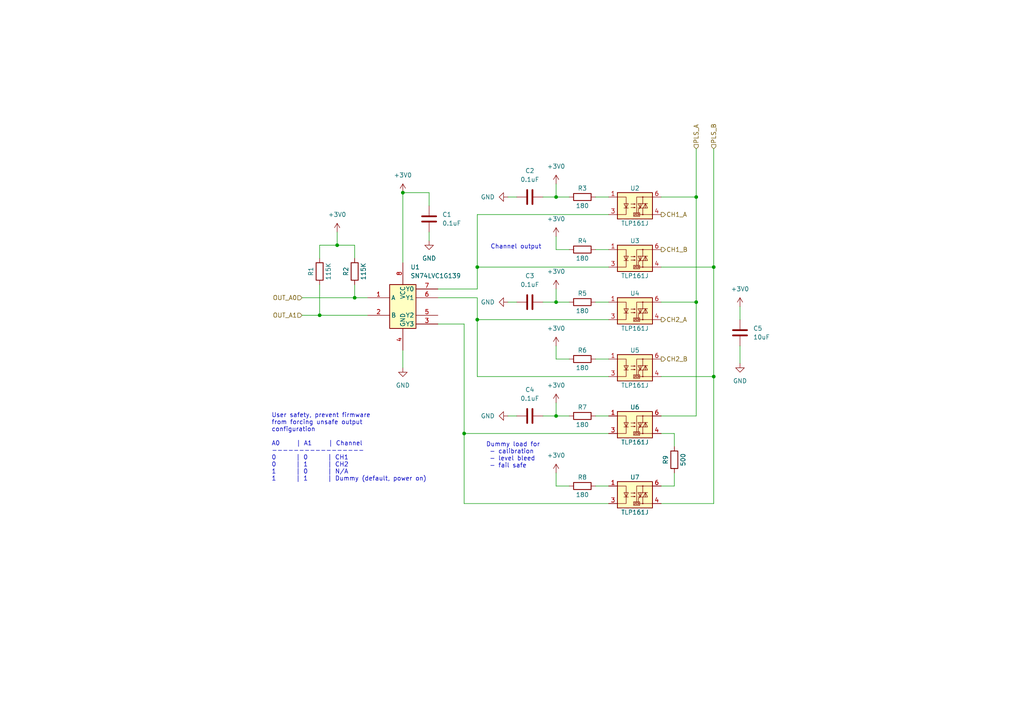
<source format=kicad_sch>
(kicad_sch (version 20230121) (generator eeschema)
  (paper "A4")
  (title_block (title "Output Channel Switch Matrix") (company "${Author}") (comment 1 "${Project}"))
  (lib_symbols
    (symbol "74xGxx:74LVC1G139"
      (property "Reference" "U" (at 7.62 10.16 0))
      (property "Value" "74LVC1G139" (at 7.62 -7.62 0))
      (symbol "74LVC1G139_0_1"
        (rectangle (start -3.81 6.35) (end 3.81 -6.35) (stroke (width 0.254)) (fill (type background)))
      )
      (symbol "74LVC1G139_1_1"
        (pin input line (at -10.16 2.54 0) (length 6.25) (name "A") (number "1"))
        (pin input line (at -10.16 -2.54 0) (length 6.25) (name "B") (number "2"))
        (pin output line (at 10.16 -5.08 180) (length 6.35) (name "Y3") (number "3"))
        (pin power_in line (at 0 -12.7 90) (length 6.25) (name "GND") (number "4"))
        (pin output line (at 10.16 -2.54 180) (length 6.35) (name "Y2") (number "5"))
        (pin output line (at 10.16 2.54 180) (length 6.35) (name "Y1") (number "6"))
        (pin output line (at 10.16 5.08 180) (length 6.35) (name "Y0") (number "7"))
        (pin power_in line (at 0 12.7 270) (length 6.25) (name "VCC") (number "8"))
      )
    )
    (symbol "Device:C" (pin_numbers hide) (pin_names (offset 0.254))
      (property "Reference" "C" (at 0.635 2.54 0))
      (property "Value" "C" (at 0.635 -2.54 0))
      (symbol "C_0_1"
        (polyline (pts (xy -2.032 -0.762) (xy 2.032 -0.762)) (stroke (width 0.508)))
        (polyline (pts (xy -2.032 0.762) (xy 2.032 0.762)) (stroke (width 0.508)))
      )
      (symbol "C_1_1"
        (pin passive line (at 0 3.81 270) (length 2.794) (name "~") (number "1"))
        (pin passive line (at 0 -3.81 90) (length 2.794) (name "~") (number "2"))
      )
    )
    (symbol "Device:R" (pin_numbers hide) (pin_names (offset 0))
      (property "Reference" "R" (at 2.032 0 90))
      (property "Value" "R" (at 0 0 90))
      (symbol "R_0_1"
        (rectangle (start -1.016 -2.54) (end 1.016 2.54) (stroke (width 0.254)))
      )
      (symbol "R_1_1"
        (pin passive line (at 0 3.81 270) (length 1.27) (name "~") (number "1"))
        (pin passive line (at 0 -3.81 90) (length 1.27) (name "~") (number "2"))
      )
    )
    (symbol "Relay_SolidState:TLP161J"
      (property "Reference" "U" (at -5.08 5.08 0))
      (property "Value" "TLP161J" (at -4.699 -5.08 0))
      (symbol "TLP161J_0_0"
        (rectangle (start -0.381 -2.032) (end 1.397 -3.048))
        (polyline (pts (xy 2.286 -2.54) (xy 1.397 -2.54)))
        (polyline (pts (xy 1.524 -0.635) (xy 1.016 -1.016) (xy 1.016 -2.032)))
        (text "ZCD" (at 0.508 -2.54 0) (effects (font (size 0.508 0.508))))
      )
      (symbol "TLP161J_0_1"
        (rectangle (start -5.08 3.81) (end 5.08 -3.81) (stroke (width 0.254)) (fill (type background)))
        (polyline (pts (xy -3.175 -0.635) (xy -1.905 -0.635)))
        (polyline (pts (xy 1.524 -0.635) (xy 1.524 0.635)))
        (polyline (pts (xy 3.048 0.635) (xy 3.048 -0.635)))
        (polyline (pts (xy 2.286 -0.635) (xy 2.286 -2.54) (xy 5.08 -2.54)))
        (polyline (pts (xy 2.286 0.635) (xy 2.286 2.54) (xy 5.08 2.54)))
        (polyline (pts (xy 2.286 2.54) (xy 0.508 2.54) (xy 0.508 -2.032)))
        (polyline (pts (xy -5.08 2.54) (xy -2.54 2.54) (xy -2.54 -2.54) (xy -5.08 -2.54)))
        (polyline (pts (xy -2.54 -0.635) (xy -3.175 0.635) (xy -1.905 0.635) (xy -2.54 -0.635)))
        (polyline (pts (xy 0.889 -0.635) (xy 3.683 -0.635) (xy 3.048 0.635) (xy 2.413 -0.635)))
        (polyline (pts (xy 3.683 0.635) (xy 0.889 0.635) (xy 1.524 -0.635) (xy 2.159 0.635)))
        (polyline (pts (xy -1.143 -0.508) (xy 0.127 -0.508) (xy -0.254 -0.635) (xy -0.254 -0.381) (xy 0.127 -0.508)))
        (polyline (pts (xy -1.143 0.508) (xy 0.127 0.508) (xy -0.254 0.381) (xy -0.254 0.635) (xy 0.127 0.508)))
        (circle (center 2.286 -2.54) (radius 0.127))
        (circle (center 2.286 2.54) (radius 0.127))
      )
      (symbol "TLP161J_1_1"
        (pin passive line (at -7.62 2.54 0) (length 2.54) (name "~") (number "1"))
        (pin passive line (at -7.62 -2.54 0) (length 2.54) (name "~") (number "3"))
        (pin passive line (at 7.62 -2.54 180) (length 2.54) (name "~") (number "4"))
        (pin passive line (at 7.62 2.54 180) (length 2.54) (name "~") (number "6"))
      )
    )
    (symbol "power:+3V0" (power) (pin_names (offset 0))
      (property "Value" "+3V0" (at 0 3.556 0))
      (symbol "+3V0_0_1"
        (polyline (pts (xy -0.762 1.27) (xy 0 2.54)))
        (polyline (pts (xy 0 0) (xy 0 2.54)))
        (polyline (pts (xy 0 2.54) (xy 0.762 1.27)))
      )
      (symbol "+3V0_1_1"
        (pin power_in line (at 0 0 90) (length 0) hide (name "+3V0") (number "1"))
      )
    )
    (symbol "power:GND" (power) (pin_names (offset 0))
      (property "Value" "GND" (at 0 -3.81 0))
      (symbol "GND_0_1"
        (polyline (pts (xy 0 0) (xy 0 -1.27) (xy 1.27 -1.27) (xy 0 -2.54) (xy -1.27 -1.27) (xy 0 -1.27)))
      )
      (symbol "GND_1_1"
        (pin power_in line (at 0 0 270) (length 0) hide (name "GND") (number "1"))
      )
    )
  )
  (junction (at 102.87 86.36))
  (junction (at 161.29 120.65))
  (junction (at 97.79 71.12))
  (junction (at 201.93 57.15))
  (junction (at 161.29 87.63))
  (junction (at 138.43 92.71))
  (junction (at 161.29 57.15))
  (junction (at 116.84 55.88))
  (junction (at 138.43 77.47))
  (junction (at 207.01 77.47))
  (junction (at 134.62 125.73))
  (junction (at 201.93 87.63))
  (junction (at 92.71 91.44))
  (junction (at 207.01 109.22))
  (wire (pts (xy 172.72 120.65) (xy 176.53 120.65)))
  (wire (pts (xy 214.63 100.33) (xy 214.63 105.41)))
  (wire (pts (xy 138.43 92.71) (xy 138.43 109.22)))
  (wire (pts (xy 191.77 109.22) (xy 207.01 109.22)))
  (wire (pts (xy 138.43 86.36) (xy 138.43 92.71)))
  (wire (pts (xy 191.77 146.05) (xy 207.01 146.05)))
  (wire (pts (xy 138.43 83.82) (xy 138.43 77.47)))
  (wire (pts (xy 201.93 57.15) (xy 201.93 87.63)))
  (wire (pts (xy 138.43 62.23) (xy 176.53 62.23)))
  (wire (pts (xy 191.77 120.65) (xy 201.93 120.65)))
  (wire (pts (xy 134.62 125.73) (xy 176.53 125.73)))
  (wire (pts (xy 116.84 55.88) (xy 124.46 55.88)))
  (wire (pts (xy 191.77 87.63) (xy 201.93 87.63)))
  (wire (pts (xy 172.72 104.14) (xy 176.53 104.14)))
  (wire (pts (xy 157.48 87.63) (xy 161.29 87.63)))
  (wire (pts (xy 207.01 43.18) (xy 207.01 77.47)))
  (wire (pts (xy 147.32 120.65) (xy 149.86 120.65)))
  (wire (pts (xy 102.87 82.55) (xy 102.87 86.36)))
  (wire (pts (xy 176.53 146.05) (xy 134.62 146.05)))
  (wire (pts (xy 124.46 59.69) (xy 124.46 55.88)))
  (wire (pts (xy 191.77 125.73) (xy 195.58 125.73)))
  (wire (pts (xy 195.58 125.73) (xy 195.58 129.54)))
  (wire (pts (xy 147.32 87.63) (xy 149.86 87.63)))
  (wire (pts (xy 191.77 57.15) (xy 201.93 57.15)))
  (wire (pts (xy 116.84 55.88) (xy 116.84 76.2)))
  (wire (pts (xy 116.84 101.6) (xy 116.84 106.68)))
  (wire (pts (xy 161.29 116.84) (xy 161.29 120.65)))
  (wire (pts (xy 92.71 71.12) (xy 97.79 71.12)))
  (wire (pts (xy 201.93 43.18) (xy 201.93 57.15)))
  (wire (pts (xy 161.29 53.34) (xy 161.29 57.15)))
  (wire (pts (xy 161.29 137.16) (xy 161.29 140.97)))
  (wire (pts (xy 161.29 104.14) (xy 165.1 104.14)))
  (wire (pts (xy 161.29 87.63) (xy 165.1 87.63)))
  (wire (pts (xy 138.43 92.71) (xy 176.53 92.71)))
  (wire (pts (xy 87.63 91.44) (xy 92.71 91.44)))
  (wire (pts (xy 124.46 67.31) (xy 124.46 69.85)))
  (wire (pts (xy 207.01 109.22) (xy 207.01 146.05)))
  (wire (pts (xy 191.77 140.97) (xy 195.58 140.97)))
  (wire (pts (xy 102.87 71.12) (xy 97.79 71.12)))
  (wire (pts (xy 127 83.82) (xy 138.43 83.82)))
  (wire (pts (xy 201.93 87.63) (xy 201.93 120.65)))
  (wire (pts (xy 161.29 120.65) (xy 165.1 120.65)))
  (wire (pts (xy 157.48 120.65) (xy 161.29 120.65)))
  (wire (pts (xy 138.43 77.47) (xy 138.43 62.23)))
  (wire (pts (xy 138.43 109.22) (xy 176.53 109.22)))
  (wire (pts (xy 161.29 57.15) (xy 165.1 57.15)))
  (wire (pts (xy 161.29 140.97) (xy 165.1 140.97)))
  (wire (pts (xy 97.79 67.31) (xy 97.79 71.12)))
  (wire (pts (xy 102.87 86.36) (xy 106.68 86.36)))
  (wire (pts (xy 161.29 83.82) (xy 161.29 87.63)))
  (wire (pts (xy 172.72 87.63) (xy 176.53 87.63)))
  (wire (pts (xy 191.77 77.47) (xy 207.01 77.47)))
  (wire (pts (xy 127 93.98) (xy 134.62 93.98)))
  (wire (pts (xy 195.58 140.97) (xy 195.58 137.16)))
  (wire (pts (xy 161.29 72.39) (xy 165.1 72.39)))
  (wire (pts (xy 207.01 77.47) (xy 207.01 109.22)))
  (wire (pts (xy 102.87 74.93) (xy 102.87 71.12)))
  (wire (pts (xy 87.63 86.36) (xy 102.87 86.36)))
  (wire (pts (xy 127 86.36) (xy 138.43 86.36)))
  (wire (pts (xy 134.62 93.98) (xy 134.62 125.73)))
  (wire (pts (xy 157.48 57.15) (xy 161.29 57.15)))
  (wire (pts (xy 172.72 57.15) (xy 176.53 57.15)))
  (wire (pts (xy 214.63 88.9) (xy 214.63 92.71)))
  (wire (pts (xy 134.62 146.05) (xy 134.62 125.73)))
  (wire (pts (xy 147.32 57.15) (xy 149.86 57.15)))
  (wire (pts (xy 92.71 91.44) (xy 106.68 91.44)))
  (wire (pts (xy 172.72 140.97) (xy 176.53 140.97)))
  (wire (pts (xy 161.29 100.33) (xy 161.29 104.14)))
  (wire (pts (xy 172.72 72.39) (xy 176.53 72.39)))
  (wire (pts (xy 92.71 74.93) (xy 92.71 71.12)))
  (wire (pts (xy 161.29 68.58) (xy 161.29 72.39)))
  (wire (pts (xy 92.71 82.55) (xy 92.71 91.44)))
  (wire (pts (xy 138.43 77.47) (xy 176.53 77.47)))
  (text "Channel output" (at 142.24 72.39 0) (effects (font (size 1.27 1.27)) (justify left bottom)))
  (text "Dummy load for\n - calibration\n - level bleed\n - fail safe" (at 140.97 135.89 0) (effects (font (size 1.27 1.27)) (justify left bottom)))
  (text "User safety, prevent firmware\nfrom forcing unsafe output\nconfiguration\n\nA0     | A1     | Channel\n-----------------\n0      | 0      | CH1\n0      | 1      | CH2\n1      | 0      | N/A\n1      | 1      | Dummy (default, power on)" (at 78.74 139.7 0) (effects (font (size 1.27 1.27)) (justify left bottom)))
  (hierarchical_label "OUT_A0" (shape input) (at 87.63 86.36 180))
  (hierarchical_label "PLS_A" (shape input) (at 201.93 43.18 90))
  (hierarchical_label "OUT_A1" (shape input) (at 87.63 91.44 180))
  (hierarchical_label "PLS_B" (shape input) (at 207.01 43.18 90))
  (hierarchical_label "CH1_A" (shape output) (at 191.77 62.23 0))
  (hierarchical_label "CH2_B" (shape output) (at 191.77 104.14 0))
  (hierarchical_label "CH2_A" (shape output) (at 191.77 92.71 0))
  (hierarchical_label "CH1_B" (shape output) (at 191.77 72.39 0))
  (symbol (lib_id "power:+3V0") (at 161.29 83.82 0) (unit 1)
    (property "Reference" "#PWR011" (effects hide))
    (property "Value" "+3V0" (at 161.29 78.74 0))
  )
  (symbol (lib_id "power:+3V0") (at 214.63 88.9 0) (unit 1)
    (property "Reference" "#PWR015" (effects hide))
    (property "Value" "+3V0" (at 214.63 83.82 0))
  )
  (symbol (lib_id "Device:C") (at 153.67 57.15 270) (unit 1)
    (property "Reference" "C2" (at 153.67 49.53 90))
    (property "Value" "0.1uF" (at 153.67 52.07 90))
  )
  (symbol (lib_id "power:GND") (at 147.32 87.63 270) (unit 1)
    (property "Reference" "#PWR07" (effects hide))
    (property "Value" "GND" (at 143.51 87.63 90) (effects (justify right)))
  )
  (symbol (lib_id "power:+3V0") (at 161.29 100.33 0) (unit 1)
    (property "Reference" "#PWR012" (effects hide))
    (property "Value" "+3V0" (at 161.29 95.25 0))
  )
  (symbol (lib_id "Relay_SolidState:TLP161J") (at 184.15 59.69 0) (unit 1)
    (property "Reference" "U2" (at 184.15 54.61 0))
    (property "Value" "TLP161J" (at 184.15 64.77 0))
    (property "Footprint" "Package_SO:MFSOP6-4_4.4x3.6mm_P1.27mm" (effects hide))
    (property "Datasheet" "https://toshiba.semicon-storage.com/info/docget.jsp?did=4207&prodName=TLP161J" (effects hide))
  )
  (symbol (lib_id "Device:R") (at 195.58 133.35 180) (unit 1)
    (property "Reference" "R9" (at 193.04 133.35 90))
    (property "Value" "500" (at 198.12 133.35 90))
  )
  (symbol (lib_id "power:+3V0") (at 97.79 67.31 0) (unit 1)
    (property "Reference" "#PWR02" (effects hide))
    (property "Value" "+3V0" (at 97.79 62.23 0))
  )
  (symbol (lib_id "Device:C") (at 214.63 96.52 0) (unit 1)
    (property "Reference" "C5" (at 218.44 95.25 0) (effects (justify left)))
    (property "Value" "10uF" (at 218.44 97.79 0) (effects (justify left)))
  )
  (symbol (lib_id "Device:R") (at 102.87 78.74 180) (unit 1)
    (property "Reference" "R2" (at 100.33 78.74 90))
    (property "Value" "115K" (at 105.41 78.74 90))
  )
  (symbol (lib_id "Device:R") (at 168.91 57.15 90) (unit 1)
    (property "Reference" "R3" (at 168.91 54.61 90))
    (property "Value" "180" (at 168.91 59.69 90))
  )
  (symbol (lib_id "Device:R") (at 168.91 120.65 90) (unit 1)
    (property "Reference" "R7" (at 168.91 118.11 90))
    (property "Value" "180" (at 168.91 123.19 90))
  )
  (symbol (lib_id "Relay_SolidState:TLP161J") (at 184.15 106.68 0) (unit 1)
    (property "Reference" "U5" (at 184.15 101.6 0))
    (property "Value" "TLP161J" (at 184.15 111.76 0))
    (property "Footprint" "Package_SO:MFSOP6-4_4.4x3.6mm_P1.27mm" (effects hide))
    (property "Datasheet" "https://toshiba.semicon-storage.com/info/docget.jsp?did=4207&prodName=TLP161J" (effects hide))
  )
  (symbol (lib_id "power:GND") (at 116.84 106.68 0) (unit 1)
    (property "Reference" "#PWR04" (effects hide))
    (property "Value" "GND" (at 116.84 111.76 0))
  )
  (symbol (lib_id "power:+3V0") (at 161.29 116.84 0) (unit 1)
    (property "Reference" "#PWR013" (effects hide))
    (property "Value" "+3V0" (at 161.29 111.76 0))
  )
  (symbol (lib_id "Device:C") (at 153.67 120.65 270) (unit 1)
    (property "Reference" "C4" (at 153.67 113.03 90))
    (property "Value" "0.1uF" (at 153.67 115.57 90))
  )
  (symbol (lib_id "Device:C") (at 153.67 87.63 270) (unit 1)
    (property "Reference" "C3" (at 153.67 80.01 90))
    (property "Value" "0.1uF" (at 153.67 82.55 90))
  )
  (symbol (lib_id "Device:R") (at 168.91 104.14 90) (unit 1)
    (property "Reference" "R6" (at 168.91 101.6 90))
    (property "Value" "180" (at 168.91 106.68 90))
  )
  (symbol (lib_id "power:+3V0") (at 161.29 137.16 0) (unit 1)
    (property "Reference" "#PWR014" (effects hide))
    (property "Value" "+3V0" (at 161.29 132.08 0))
  )
  (symbol (lib_id "Relay_SolidState:TLP161J") (at 184.15 74.93 0) (unit 1)
    (property "Reference" "U3" (at 184.15 69.85 0))
    (property "Value" "TLP161J" (at 184.15 80.01 0))
    (property "Footprint" "Package_SO:MFSOP6-4_4.4x3.6mm_P1.27mm" (effects hide))
    (property "Datasheet" "https://toshiba.semicon-storage.com/info/docget.jsp?did=4207&prodName=TLP161J" (effects hide))
  )
  (symbol (lib_id "power:GND") (at 147.32 57.15 270) (unit 1)
    (property "Reference" "#PWR06" (effects hide))
    (property "Value" "GND" (at 143.51 57.15 90) (effects (justify right)))
  )
  (symbol (lib_id "power:GND") (at 124.46 69.85 0) (unit 1)
    (property "Reference" "#PWR05" (effects hide))
    (property "Value" "GND" (at 124.46 74.93 0))
  )
  (symbol (lib_id "power:+3V0") (at 161.29 53.34 0) (unit 1)
    (property "Reference" "#PWR09" (effects hide))
    (property "Value" "+3V0" (at 161.29 48.26 0))
  )
  (symbol (lib_id "Relay_SolidState:TLP161J") (at 184.15 123.19 0) (unit 1)
    (property "Reference" "U6" (at 184.15 118.11 0))
    (property "Value" "TLP161J" (at 184.15 128.27 0))
    (property "Footprint" "Package_SO:MFSOP6-4_4.4x3.6mm_P1.27mm" (effects hide))
    (property "Datasheet" "https://toshiba.semicon-storage.com/info/docget.jsp?did=4207&prodName=TLP161J" (effects hide))
  )
  (symbol (lib_id "74xGxx:74LVC1G139") (at 116.84 88.9 0) (unit 1)
    (property "Reference" "U1" (at 119.0341 77.47 0) (effects (justify left)))
    (property "Value" "SN74LVC1G139" (at 119.0341 80.01 0) (effects (justify left)))
    (property "Footprint" "Package_SO:VSSOP-8_2.3x2mm_P0.5mm" (effects hide))
    (property "Datasheet" "http://www.ti.com/lit/sg/scyt129e/scyt129e.pdf" (effects hide))
  )
  (symbol (lib_id "Device:R") (at 168.91 140.97 90) (unit 1)
    (property "Reference" "R8" (at 168.91 138.43 90))
    (property "Value" "180" (at 168.91 143.51 90))
  )
  (symbol (lib_id "Device:R") (at 168.91 72.39 90) (unit 1)
    (property "Reference" "R4" (at 168.91 69.85 90))
    (property "Value" "180" (at 168.91 74.93 90))
  )
  (symbol (lib_id "power:+3V0") (at 116.84 55.88 0) (unit 1)
    (property "Reference" "#PWR03" (effects hide))
    (property "Value" "+3V0" (at 116.84 50.8 0))
  )
  (symbol (lib_id "Relay_SolidState:TLP161J") (at 184.15 143.51 0) (unit 1)
    (property "Reference" "U7" (at 184.15 138.43 0))
    (property "Value" "TLP161J" (at 184.15 148.59 0))
    (property "Footprint" "Package_SO:MFSOP6-4_4.4x3.6mm_P1.27mm" (effects hide))
    (property "Datasheet" "https://toshiba.semicon-storage.com/info/docget.jsp?did=4207&prodName=TLP161J" (effects hide))
  )
  (symbol (lib_id "Relay_SolidState:TLP161J") (at 184.15 90.17 0) (unit 1)
    (property "Reference" "U4" (at 184.15 85.09 0))
    (property "Value" "TLP161J" (at 184.15 95.25 0))
    (property "Footprint" "Package_SO:MFSOP6-4_4.4x3.6mm_P1.27mm" (effects hide))
    (property "Datasheet" "https://toshiba.semicon-storage.com/info/docget.jsp?did=4207&prodName=TLP161J" (effects hide))
  )
  (symbol (lib_id "Device:C") (at 124.46 63.5 180) (unit 1)
    (property "Reference" "C1" (at 128.27 62.23 0) (effects (justify right)))
    (property "Value" "0.1uF" (at 128.27 64.77 0) (effects (justify right)))
  )
  (symbol (lib_id "Device:R") (at 168.91 87.63 90) (unit 1)
    (property "Reference" "R5" (at 168.91 85.09 90))
    (property "Value" "180" (at 168.91 90.17 90))
  )
  (symbol (lib_id "Device:R") (at 92.71 78.74 180) (unit 1)
    (property "Reference" "R1" (at 90.17 78.74 90))
    (property "Value" "115K" (at 95.25 78.74 90))
  )
  (symbol (lib_id "power:GND") (at 147.32 120.65 270) (unit 1)
    (property "Reference" "#PWR08" (effects hide))
    (property "Value" "GND" (at 143.51 120.65 90) (effects (justify right)))
  )
  (symbol (lib_id "power:+3V0") (at 161.29 68.58 0) (unit 1)
    (property "Reference" "#PWR010" (effects hide))
    (property "Value" "+3V0" (at 161.29 63.5 0))
  )
  (symbol (lib_id "power:GND") (at 214.63 105.41 0) (unit 1)
    (property "Reference" "#PWR016" (effects hide))
    (property "Value" "GND" (at 214.63 110.49 0))
  )
)
</source>
